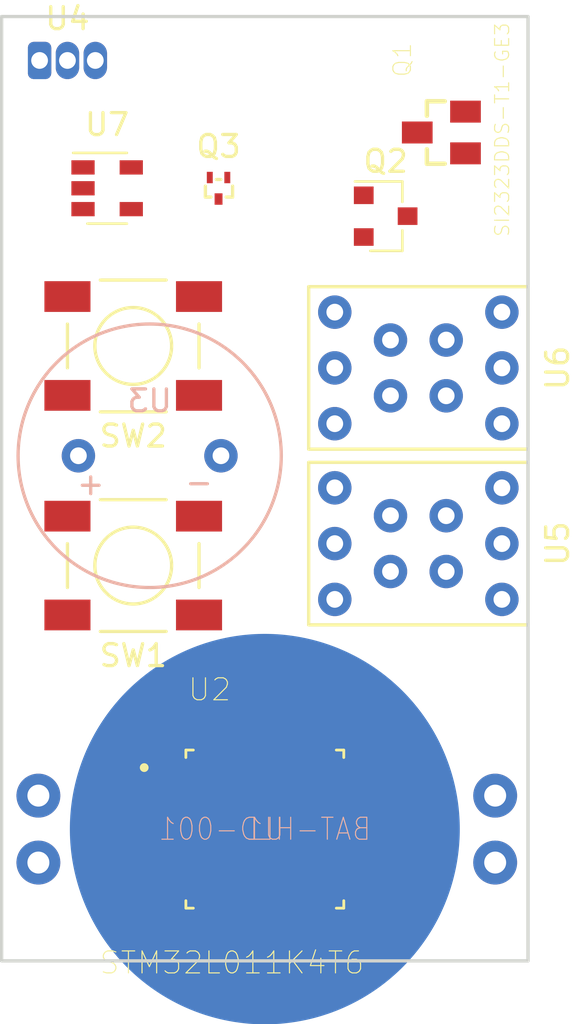
<source format=kicad_pcb>
(kicad_pcb (version 20171130) (host pcbnew 5.0.1)

  (general
    (thickness 1.6)
    (drawings 4)
    (tracks 0)
    (zones 0)
    (modules 12)
    (nets 76)
  )

  (page A4)
  (layers
    (0 F.Cu signal)
    (31 B.Cu signal)
    (32 B.Adhes user)
    (33 F.Adhes user)
    (34 B.Paste user)
    (35 F.Paste user)
    (36 B.SilkS user)
    (37 F.SilkS user)
    (38 B.Mask user)
    (39 F.Mask user)
    (40 Dwgs.User user)
    (41 Cmts.User user)
    (42 Eco1.User user)
    (43 Eco2.User user)
    (44 Edge.Cuts user)
    (45 Margin user)
    (46 B.CrtYd user)
    (47 F.CrtYd user)
    (48 B.Fab user)
    (49 F.Fab user hide)
  )

  (setup
    (last_trace_width 0.25)
    (trace_clearance 0.2)
    (zone_clearance 0.508)
    (zone_45_only no)
    (trace_min 0.2)
    (segment_width 0.2)
    (edge_width 0.15)
    (via_size 0.8)
    (via_drill 0.4)
    (via_min_size 0.4)
    (via_min_drill 0.3)
    (uvia_size 0.3)
    (uvia_drill 0.1)
    (uvias_allowed no)
    (uvia_min_size 0.2)
    (uvia_min_drill 0.1)
    (pcb_text_width 0.3)
    (pcb_text_size 1.5 1.5)
    (mod_edge_width 0.15)
    (mod_text_size 1 1)
    (mod_text_width 0.15)
    (pad_size 1.524 1.524)
    (pad_drill 0.762)
    (pad_to_mask_clearance 0.051)
    (solder_mask_min_width 0.25)
    (aux_axis_origin 0 0)
    (grid_origin 144.78 148.59)
    (visible_elements FFFFFF7F)
    (pcbplotparams
      (layerselection 0x010fc_ffffffff)
      (usegerberextensions false)
      (usegerberattributes false)
      (usegerberadvancedattributes false)
      (creategerberjobfile false)
      (excludeedgelayer true)
      (linewidth 0.100000)
      (plotframeref false)
      (viasonmask false)
      (mode 1)
      (useauxorigin false)
      (hpglpennumber 1)
      (hpglpenspeed 20)
      (hpglpendiameter 15.000000)
      (psnegative false)
      (psa4output false)
      (plotreference true)
      (plotvalue true)
      (plotinvisibletext false)
      (padsonsilk false)
      (subtractmaskfromsilk false)
      (outputformat 1)
      (mirror false)
      (drillshape 1)
      (scaleselection 1)
      (outputdirectory ""))
  )

  (net 0 "")
  (net 1 +BATT)
  (net 2 GND)
  (net 3 "Net-(U2-Pad1)")
  (net 4 "Net-(U2-Pad2)")
  (net 5 "Net-(U2-Pad3)")
  (net 6 "Net-(U2-Pad4)")
  (net 7 "Net-(U2-Pad5)")
  (net 8 "Net-(U2-Pad6)")
  (net 9 "Net-(U2-Pad7)")
  (net 10 "Net-(U2-Pad8)")
  (net 11 "Net-(U2-Pad9)")
  (net 12 "Net-(U2-Pad10)")
  (net 13 "Net-(U2-Pad11)")
  (net 14 "Net-(U2-Pad12)")
  (net 15 "Net-(U2-Pad13)")
  (net 16 "Net-(U2-Pad14)")
  (net 17 "Net-(U2-Pad15)")
  (net 18 "Net-(U2-Pad16)")
  (net 19 "Net-(U2-Pad18)")
  (net 20 "Net-(U2-Pad19)")
  (net 21 "Net-(U2-Pad20)")
  (net 22 "Net-(U2-Pad21)")
  (net 23 "Net-(U2-Pad22)")
  (net 24 "Net-(U2-Pad23)")
  (net 25 "Net-(U2-Pad24)")
  (net 26 "Net-(U2-Pad25)")
  (net 27 "Net-(U2-Pad26)")
  (net 28 "Net-(U2-Pad27)")
  (net 29 "Net-(U2-Pad28)")
  (net 30 "Net-(U2-Pad29)")
  (net 31 "Net-(U2-Pad30)")
  (net 32 "Net-(U2-Pad31)")
  (net 33 "Net-(Q1-Pad3)")
  (net 34 "Net-(Q1-Pad2)")
  (net 35 "Net-(Q1-Pad1)")
  (net 36 "Net-(U3-Pad1)")
  (net 37 "Net-(U3-Pad2)")
  (net 38 "Net-(Q2-Pad1)")
  (net 39 "Net-(Q2-Pad2)")
  (net 40 "Net-(Q2-Pad3)")
  (net 41 "Net-(U4-Pad1)")
  (net 42 "Net-(U4-Pad2)")
  (net 43 "Net-(U4-Pad3)")
  (net 44 "Net-(SW1-Pad1)")
  (net 45 "Net-(SW1-Pad2)")
  (net 46 "Net-(U5-Pad1)")
  (net 47 "Net-(U5-Pad2)")
  (net 48 "Net-(U5-Pad3)")
  (net 49 "Net-(U5-Pad4)")
  (net 50 "Net-(U5-Pad5)")
  (net 51 "Net-(U5-Pad6)")
  (net 52 "Net-(U5-Pad7)")
  (net 53 "Net-(U5-Pad8)")
  (net 54 "Net-(U5-Pad9)")
  (net 55 "Net-(U5-Pad10)")
  (net 56 "Net-(SW2-Pad1)")
  (net 57 "Net-(SW2-Pad2)")
  (net 58 "Net-(U6-Pad1)")
  (net 59 "Net-(U6-Pad2)")
  (net 60 "Net-(U6-Pad3)")
  (net 61 "Net-(U6-Pad4)")
  (net 62 "Net-(U6-Pad5)")
  (net 63 "Net-(U6-Pad6)")
  (net 64 "Net-(U6-Pad7)")
  (net 65 "Net-(U6-Pad8)")
  (net 66 "Net-(U6-Pad9)")
  (net 67 "Net-(U6-Pad10)")
  (net 68 "Net-(Q3-Pad1)")
  (net 69 "Net-(Q3-Pad2)")
  (net 70 "Net-(Q3-Pad3)")
  (net 71 "Net-(U7-Pad1)")
  (net 72 "Net-(U7-Pad2)")
  (net 73 "Net-(U7-Pad3)")
  (net 74 "Net-(U7-Pad4)")
  (net 75 "Net-(U7-Pad5)")

  (net_class Default "This is the default net class."
    (clearance 0.2)
    (trace_width 0.25)
    (via_dia 0.8)
    (via_drill 0.4)
    (uvia_dia 0.3)
    (uvia_drill 0.1)
    (add_net +BATT)
    (add_net GND)
    (add_net "Net-(Q1-Pad1)")
    (add_net "Net-(Q1-Pad2)")
    (add_net "Net-(Q1-Pad3)")
    (add_net "Net-(Q2-Pad1)")
    (add_net "Net-(Q2-Pad2)")
    (add_net "Net-(Q2-Pad3)")
    (add_net "Net-(Q3-Pad1)")
    (add_net "Net-(Q3-Pad2)")
    (add_net "Net-(Q3-Pad3)")
    (add_net "Net-(SW1-Pad1)")
    (add_net "Net-(SW1-Pad2)")
    (add_net "Net-(SW2-Pad1)")
    (add_net "Net-(SW2-Pad2)")
    (add_net "Net-(U2-Pad1)")
    (add_net "Net-(U2-Pad10)")
    (add_net "Net-(U2-Pad11)")
    (add_net "Net-(U2-Pad12)")
    (add_net "Net-(U2-Pad13)")
    (add_net "Net-(U2-Pad14)")
    (add_net "Net-(U2-Pad15)")
    (add_net "Net-(U2-Pad16)")
    (add_net "Net-(U2-Pad18)")
    (add_net "Net-(U2-Pad19)")
    (add_net "Net-(U2-Pad2)")
    (add_net "Net-(U2-Pad20)")
    (add_net "Net-(U2-Pad21)")
    (add_net "Net-(U2-Pad22)")
    (add_net "Net-(U2-Pad23)")
    (add_net "Net-(U2-Pad24)")
    (add_net "Net-(U2-Pad25)")
    (add_net "Net-(U2-Pad26)")
    (add_net "Net-(U2-Pad27)")
    (add_net "Net-(U2-Pad28)")
    (add_net "Net-(U2-Pad29)")
    (add_net "Net-(U2-Pad3)")
    (add_net "Net-(U2-Pad30)")
    (add_net "Net-(U2-Pad31)")
    (add_net "Net-(U2-Pad4)")
    (add_net "Net-(U2-Pad5)")
    (add_net "Net-(U2-Pad6)")
    (add_net "Net-(U2-Pad7)")
    (add_net "Net-(U2-Pad8)")
    (add_net "Net-(U2-Pad9)")
    (add_net "Net-(U3-Pad1)")
    (add_net "Net-(U3-Pad2)")
    (add_net "Net-(U4-Pad1)")
    (add_net "Net-(U4-Pad2)")
    (add_net "Net-(U4-Pad3)")
    (add_net "Net-(U5-Pad1)")
    (add_net "Net-(U5-Pad10)")
    (add_net "Net-(U5-Pad2)")
    (add_net "Net-(U5-Pad3)")
    (add_net "Net-(U5-Pad4)")
    (add_net "Net-(U5-Pad5)")
    (add_net "Net-(U5-Pad6)")
    (add_net "Net-(U5-Pad7)")
    (add_net "Net-(U5-Pad8)")
    (add_net "Net-(U5-Pad9)")
    (add_net "Net-(U6-Pad1)")
    (add_net "Net-(U6-Pad10)")
    (add_net "Net-(U6-Pad2)")
    (add_net "Net-(U6-Pad3)")
    (add_net "Net-(U6-Pad4)")
    (add_net "Net-(U6-Pad5)")
    (add_net "Net-(U6-Pad6)")
    (add_net "Net-(U6-Pad7)")
    (add_net "Net-(U6-Pad8)")
    (add_net "Net-(U6-Pad9)")
    (add_net "Net-(U7-Pad1)")
    (add_net "Net-(U7-Pad2)")
    (add_net "Net-(U7-Pad3)")
    (add_net "Net-(U7-Pad4)")
    (add_net "Net-(U7-Pad5)")
  )

  (module STM32L011K4T6:QFP80P900X900X160-32N (layer F.Cu) (tedit 0) (tstamp 5BD0FCBC)
    (at 155.78 134.59)
    (path /5BD0E5BF)
    (attr smd)
    (fp_text reference U2 (at -2.51569 -6.35035) (layer F.SilkS)
      (effects (font (size 1.00046 1.00046) (thickness 0.05)))
    )
    (fp_text value STM32L011K4T6 (at -1.4987 6.08718) (layer F.SilkS)
      (effects (font (size 1.00125 1.00125) (thickness 0.05)))
    )
    (fp_line (start -3.6 -3.6) (end 3.6 -3.6) (layer Dwgs.User) (width 0.127))
    (fp_line (start 3.6 -3.6) (end 3.6 3.6) (layer Dwgs.User) (width 0.127))
    (fp_line (start 3.6 3.6) (end -3.6 3.6) (layer Dwgs.User) (width 0.127))
    (fp_line (start -3.6 3.6) (end -3.6 -3.6) (layer Dwgs.User) (width 0.127))
    (fp_line (start -5.21 -5.21) (end 5.21 -5.21) (layer Eco1.User) (width 0.05))
    (fp_line (start 5.21 -5.21) (end 5.21 5.21) (layer Eco1.User) (width 0.05))
    (fp_line (start 5.21 5.21) (end -5.21 5.21) (layer Eco1.User) (width 0.05))
    (fp_line (start -5.21 5.21) (end -5.21 -5.21) (layer Eco1.User) (width 0.05))
    (fp_circle (center -5.5 -2.8) (end -5.4 -2.8) (layer F.SilkS) (width 0.2))
    (fp_line (start -3.6 3.26) (end -3.6 3.6) (layer F.SilkS) (width 0.127))
    (fp_line (start -3.6 3.6) (end -3.26 3.6) (layer F.SilkS) (width 0.127))
    (fp_line (start 3.26 3.6) (end 3.6 3.6) (layer F.SilkS) (width 0.127))
    (fp_line (start 3.6 3.6) (end 3.6 3.26) (layer F.SilkS) (width 0.127))
    (fp_line (start 3.6 -3.26) (end 3.6 -3.6) (layer F.SilkS) (width 0.127))
    (fp_line (start 3.6 -3.6) (end 3.26 -3.6) (layer F.SilkS) (width 0.127))
    (fp_line (start -3.26 -3.6) (end -3.6 -3.6) (layer F.SilkS) (width 0.127))
    (fp_line (start -3.6 -3.6) (end -3.6 -3.26) (layer F.SilkS) (width 0.127))
    (fp_circle (center -3.2 -3.1) (end -3.1 -3.1) (layer Dwgs.User) (width 0.2))
    (pad 1 smd rect (at -4.18 -2.8) (size 1.56 0.55) (layers F.Cu F.Paste F.Mask)
      (net 3 "Net-(U2-Pad1)"))
    (pad 2 smd rect (at -4.18 -2) (size 1.56 0.55) (layers F.Cu F.Paste F.Mask)
      (net 4 "Net-(U2-Pad2)"))
    (pad 3 smd rect (at -4.18 -1.2) (size 1.56 0.55) (layers F.Cu F.Paste F.Mask)
      (net 5 "Net-(U2-Pad3)"))
    (pad 4 smd rect (at -4.18 -0.4) (size 1.56 0.55) (layers F.Cu F.Paste F.Mask)
      (net 6 "Net-(U2-Pad4)"))
    (pad 5 smd rect (at -4.18 0.4) (size 1.56 0.55) (layers F.Cu F.Paste F.Mask)
      (net 7 "Net-(U2-Pad5)"))
    (pad 6 smd rect (at -4.18 1.2) (size 1.56 0.55) (layers F.Cu F.Paste F.Mask)
      (net 8 "Net-(U2-Pad6)"))
    (pad 7 smd rect (at -4.18 2) (size 1.56 0.55) (layers F.Cu F.Paste F.Mask)
      (net 9 "Net-(U2-Pad7)"))
    (pad 8 smd rect (at -4.18 2.8) (size 1.56 0.55) (layers F.Cu F.Paste F.Mask)
      (net 10 "Net-(U2-Pad8)"))
    (pad 9 smd rect (at -2.8 4.18 90) (size 1.56 0.55) (layers F.Cu F.Paste F.Mask)
      (net 11 "Net-(U2-Pad9)"))
    (pad 10 smd rect (at -2 4.18 90) (size 1.56 0.55) (layers F.Cu F.Paste F.Mask)
      (net 12 "Net-(U2-Pad10)"))
    (pad 11 smd rect (at -1.2 4.18 90) (size 1.56 0.55) (layers F.Cu F.Paste F.Mask)
      (net 13 "Net-(U2-Pad11)"))
    (pad 12 smd rect (at -0.4 4.18 90) (size 1.56 0.55) (layers F.Cu F.Paste F.Mask)
      (net 14 "Net-(U2-Pad12)"))
    (pad 13 smd rect (at 0.4 4.18 90) (size 1.56 0.55) (layers F.Cu F.Paste F.Mask)
      (net 15 "Net-(U2-Pad13)"))
    (pad 14 smd rect (at 1.2 4.18 90) (size 1.56 0.55) (layers F.Cu F.Paste F.Mask)
      (net 16 "Net-(U2-Pad14)"))
    (pad 15 smd rect (at 2 4.18 90) (size 1.56 0.55) (layers F.Cu F.Paste F.Mask)
      (net 17 "Net-(U2-Pad15)"))
    (pad 16 smd rect (at 2.8 4.18 90) (size 1.56 0.55) (layers F.Cu F.Paste F.Mask)
      (net 18 "Net-(U2-Pad16)"))
    (pad 17 smd rect (at 4.18 2.8 180) (size 1.56 0.55) (layers F.Cu F.Paste F.Mask)
      (net 3 "Net-(U2-Pad1)"))
    (pad 18 smd rect (at 4.18 2 180) (size 1.56 0.55) (layers F.Cu F.Paste F.Mask)
      (net 19 "Net-(U2-Pad18)"))
    (pad 19 smd rect (at 4.18 1.2 180) (size 1.56 0.55) (layers F.Cu F.Paste F.Mask)
      (net 20 "Net-(U2-Pad19)"))
    (pad 20 smd rect (at 4.18 0.4 180) (size 1.56 0.55) (layers F.Cu F.Paste F.Mask)
      (net 21 "Net-(U2-Pad20)"))
    (pad 21 smd rect (at 4.18 -0.4 180) (size 1.56 0.55) (layers F.Cu F.Paste F.Mask)
      (net 22 "Net-(U2-Pad21)"))
    (pad 22 smd rect (at 4.18 -1.2 180) (size 1.56 0.55) (layers F.Cu F.Paste F.Mask)
      (net 23 "Net-(U2-Pad22)"))
    (pad 23 smd rect (at 4.18 -2 180) (size 1.56 0.55) (layers F.Cu F.Paste F.Mask)
      (net 24 "Net-(U2-Pad23)"))
    (pad 24 smd rect (at 4.18 -2.8 180) (size 1.56 0.55) (layers F.Cu F.Paste F.Mask)
      (net 25 "Net-(U2-Pad24)"))
    (pad 25 smd rect (at 2.8 -4.18 270) (size 1.56 0.55) (layers F.Cu F.Paste F.Mask)
      (net 26 "Net-(U2-Pad25)"))
    (pad 26 smd rect (at 2 -4.18 270) (size 1.56 0.55) (layers F.Cu F.Paste F.Mask)
      (net 27 "Net-(U2-Pad26)"))
    (pad 27 smd rect (at 1.2 -4.18 270) (size 1.56 0.55) (layers F.Cu F.Paste F.Mask)
      (net 28 "Net-(U2-Pad27)"))
    (pad 28 smd rect (at 0.4 -4.18 270) (size 1.56 0.55) (layers F.Cu F.Paste F.Mask)
      (net 29 "Net-(U2-Pad28)"))
    (pad 29 smd rect (at -0.4 -4.18 270) (size 1.56 0.55) (layers F.Cu F.Paste F.Mask)
      (net 30 "Net-(U2-Pad29)"))
    (pad 30 smd rect (at -1.2 -4.18 270) (size 1.56 0.55) (layers F.Cu F.Paste F.Mask)
      (net 31 "Net-(U2-Pad30)"))
    (pad 31 smd rect (at -2 -4.18 270) (size 1.56 0.55) (layers F.Cu F.Paste F.Mask)
      (net 32 "Net-(U2-Pad31)"))
    (pad 32 smd rect (at -2.8 -4.18 270) (size 1.56 0.55) (layers F.Cu F.Paste F.Mask)
      (net 18 "Net-(U2-Pad16)"))
    (model "${KIPRJMOD}/component_stepfiles/TQFP 32.stp"
      (at (xyz 0 0 0))
      (scale (xyz 1 1 1))
      (rotate (xyz 0 0 0))
    )
  )

  (module SI2323DS-T1-GE3:SOT23 (layer F.Cu) (tedit 0) (tstamp 5BD3FCFB)
    (at 163.83 102.87 90)
    (descr "<b>SMALL OUTLINE TRANSISTOR</b><p>reflow soldering")
    (path /5BD0F520)
    (attr smd)
    (fp_text reference Q1 (at 3.30519 -1.77972 90) (layer F.SilkS)
      (effects (font (size 0.800772 0.800772) (thickness 0.05)))
    )
    (fp_text value SI2323DDS-T1-GE3 (at 0.127225 2.77352 90) (layer F.SilkS)
      (effects (font (size 0.641135 0.641135) (thickness 0.05)))
    )
    (fp_line (start 1.4224 -0.6604) (end 1.4224 0.6604) (layer Dwgs.User) (width 0.2032))
    (fp_line (start 1.4224 0.6604) (end -1.4224 0.6604) (layer Dwgs.User) (width 0.2032))
    (fp_line (start -1.4224 0.6604) (end -1.4224 -0.6604) (layer Dwgs.User) (width 0.2032))
    (fp_line (start -1.4224 -0.6604) (end 1.4224 -0.6604) (layer Dwgs.User) (width 0.2032))
    (fp_line (start -1.4224 0.1524) (end -1.4224 -0.6604) (layer F.SilkS) (width 0.2032))
    (fp_line (start -1.4224 -0.6604) (end -0.7636 -0.6604) (layer F.SilkS) (width 0.2032))
    (fp_line (start 1.4224 -0.6604) (end 1.4224 0.1524) (layer F.SilkS) (width 0.2032))
    (fp_line (start 0.7636 -0.6604) (end 1.4224 -0.6604) (layer F.SilkS) (width 0.2032))
    (fp_poly (pts (xy -0.501039 -0.3) (xy 0.5001 -0.3) (xy 0.5001 0.300563) (xy -0.501039 0.300563)) (layer Dwgs.User) (width 0))
    (fp_poly (pts (xy -0.228835 -1.2954) (xy 0.2286 -1.2954) (xy 0.2286 -0.711929) (xy -0.228835 -0.711929)) (layer Dwgs.User) (width 0))
    (fp_poly (pts (xy 0.712238 0.7112) (xy 1.1684 0.7112) (xy 1.1684 1.29729) (xy 0.712238 1.29729)) (layer Dwgs.User) (width 0))
    (fp_poly (pts (xy -1.1711 0.7112) (xy -0.7112 0.7112) (xy -0.7112 1.29839) (xy -1.1711 1.29839)) (layer Dwgs.User) (width 0))
    (pad 3 smd rect (at 0 -1.1 90) (size 1 1.4) (layers F.Cu F.Paste F.Mask)
      (net 33 "Net-(Q1-Pad3)"))
    (pad 2 smd rect (at 0.95 1.1 90) (size 1 1.4) (layers F.Cu F.Paste F.Mask)
      (net 34 "Net-(Q1-Pad2)"))
    (pad 1 smd rect (at -0.95 1.1 90) (size 1 1.4) (layers F.Cu F.Paste F.Mask)
      (net 35 "Net-(Q1-Pad1)"))
    (model ${KIPRJMOD}/component_stepfiles/SOT23-3.stp
      (at (xyz 0 0 0))
      (scale (xyz 1 1 1))
      (rotate (xyz 0 0 90))
    )
  )

  (module custom_footprints:ABT-407-RC (layer B.Cu) (tedit 5BD0FD21) (tstamp 5BD6FEA2)
    (at 147.28 117.59)
    (path /5BD0FB9E)
    (fp_text reference U3 (at 3.25 -2.5) (layer B.SilkS)
      (effects (font (size 1 1) (thickness 0.15)) (justify mirror))
    )
    (fp_text value ABT-407-RC (at 3.25 2.5) (layer B.Fab)
      (effects (font (size 1 1) (thickness 0.15)) (justify mirror))
    )
    (fp_text user + (at 0.56 1.27) (layer B.SilkS)
      (effects (font (size 1 1) (thickness 0.15)) (justify mirror))
    )
    (fp_text user - (at 5.5 1.2) (layer B.SilkS)
      (effects (font (size 1 1) (thickness 0.15)) (justify mirror))
    )
    (fp_circle (center 3.25 0) (end 9.25 0) (layer B.SilkS) (width 0.15))
    (pad 1 thru_hole circle (at 0 0) (size 1.524 1.524) (drill 0.762) (layers *.Cu *.Mask)
      (net 36 "Net-(U3-Pad1)"))
    (pad 2 thru_hole circle (at 6.5 0) (size 1.524 1.524) (drill 0.762) (layers *.Cu *.Mask)
      (net 37 "Net-(U3-Pad2)"))
    (model ${KIPRJMOD}/component_stepfiles/ABT-407-RC.step
      (offset (xyz 3.25 0 5))
      (scale (xyz 1 1 1))
      (rotate (xyz 0 -90 90))
    )
  )

  (module TO_SOT_Packages_SMD:SOT-23 (layer F.Cu) (tedit 583F39EB) (tstamp 5BD2A804)
    (at 161.29 106.68)
    (descr "SOT-23, Standard")
    (tags SOT-23)
    (path /5BD1CF2C)
    (attr smd)
    (fp_text reference Q2 (at 0 -2.5) (layer F.SilkS)
      (effects (font (size 1 1) (thickness 0.15)))
    )
    (fp_text value BC847B (at 0 2.5) (layer F.Fab)
      (effects (font (size 1 1) (thickness 0.15)))
    )
    (fp_line (start 0.76 1.58) (end 0.76 0.65) (layer F.SilkS) (width 0.12))
    (fp_line (start 0.76 -1.58) (end 0.76 -0.65) (layer F.SilkS) (width 0.12))
    (fp_line (start 0.7 -1.52) (end 0.7 1.52) (layer F.Fab) (width 0.15))
    (fp_line (start -0.7 1.52) (end 0.7 1.52) (layer F.Fab) (width 0.15))
    (fp_line (start -1.7 -1.75) (end 1.7 -1.75) (layer F.CrtYd) (width 0.05))
    (fp_line (start 1.7 -1.75) (end 1.7 1.75) (layer F.CrtYd) (width 0.05))
    (fp_line (start 1.7 1.75) (end -1.7 1.75) (layer F.CrtYd) (width 0.05))
    (fp_line (start -1.7 1.75) (end -1.7 -1.75) (layer F.CrtYd) (width 0.05))
    (fp_line (start 0.76 -1.58) (end -1.4 -1.58) (layer F.SilkS) (width 0.12))
    (fp_line (start -0.7 -1.52) (end 0.7 -1.52) (layer F.Fab) (width 0.15))
    (fp_line (start -0.7 -1.52) (end -0.7 1.52) (layer F.Fab) (width 0.15))
    (fp_line (start 0.76 1.58) (end -0.7 1.58) (layer F.SilkS) (width 0.12))
    (pad 1 smd rect (at -1 -0.95) (size 0.9 0.8) (layers F.Cu F.Paste F.Mask)
      (net 38 "Net-(Q2-Pad1)"))
    (pad 2 smd rect (at -1 0.95) (size 0.9 0.8) (layers F.Cu F.Paste F.Mask)
      (net 39 "Net-(Q2-Pad2)"))
    (pad 3 smd rect (at 1 0) (size 0.9 0.8) (layers F.Cu F.Paste F.Mask)
      (net 40 "Net-(Q2-Pad3)"))
    (model TO_SOT_Packages_SMD.3dshapes/SOT-23.wrl
      (at (xyz 0 0 0))
      (scale (xyz 1 1 1))
      (rotate (xyz 0 0 90))
    )
  )

  (module custom_footprints:LMT84LPGM (layer F.Cu) (tedit 5BD1EA93) (tstamp 5BD2A80B)
    (at 145.51 99.59)
    (path /5BD1E66F)
    (fp_text reference U4 (at 1.27 -1.905) (layer F.SilkS)
      (effects (font (size 1 1) (thickness 0.15)))
    )
    (fp_text value LMT84LPGM (at -5.08 0) (layer F.Fab)
      (effects (font (size 1 1) (thickness 0.15)))
    )
    (pad 1 thru_hole roundrect (at 0 0) (size 1.07 1.7) (drill oval 0.762) (layers *.Cu *.Mask) (roundrect_rratio 0.25)
      (net 41 "Net-(U4-Pad1)"))
    (pad 2 thru_hole oval (at 1.27 0) (size 1.07 1.7) (drill oval 0.762) (layers *.Cu *.Mask)
      (net 42 "Net-(U4-Pad2)"))
    (pad 3 thru_hole oval (at 2.54 0) (size 1.07 1.7) (drill oval 0.762) (layers *.Cu *.Mask)
      (net 43 "Net-(U4-Pad3)"))
  )

  (module custom_footprints:LL3301FF065QJ (layer F.Cu) (tedit 5BD1FAC4) (tstamp 5BD4F7E6)
    (at 149.78 122.59 180)
    (path /5BD20AC1)
    (fp_text reference SW1 (at 0 -4.1 180) (layer F.SilkS)
      (effects (font (size 1 1) (thickness 0.15)))
    )
    (fp_text value LL3301FF065QJ (at 0 4.2 180) (layer F.Fab)
      (effects (font (size 1 1) (thickness 0.15)))
    )
    (fp_circle (center 0 0) (end 1.75 0) (layer F.SilkS) (width 0.15))
    (fp_line (start -3 -1) (end -3 1) (layer F.SilkS) (width 0.15))
    (fp_line (start 3 -1) (end 3 1) (layer F.SilkS) (width 0.15))
    (fp_line (start -1.5 -3) (end 1.5 -3) (layer F.SilkS) (width 0.15))
    (fp_line (start -1.5 3) (end 1.5 3) (layer F.SilkS) (width 0.15))
    (pad 1 smd rect (at -3 -2.25 180) (size 2.1 1.4) (layers F.Cu F.Paste F.Mask)
      (net 44 "Net-(SW1-Pad1)"))
    (pad 2 smd rect (at -3 2.25 180) (size 2.1 1.4) (layers F.Cu F.Paste F.Mask)
      (net 45 "Net-(SW1-Pad2)"))
    (pad 1 smd rect (at 3 -2.25 180) (size 2.1 1.4) (layers F.Cu F.Paste F.Mask)
      (net 44 "Net-(SW1-Pad1)"))
    (pad 2 smd rect (at 3 2.25 180) (size 2.1 1.4) (layers F.Cu F.Paste F.Mask)
      (net 45 "Net-(SW1-Pad2)"))
    (model ${KISYS3DMOD}/Buttons_Switches_SMD.3dshapes/SW_SPST_EVQQ2_03W.wrl
      (at (xyz 0 0 0))
      (scale (xyz 1 1 1))
      (rotate (xyz 0 0 0))
    )
  )

  (module custom_footprints:TDSR0760 (layer F.Cu) (tedit 5BD20343) (tstamp 5BD7A39E)
    (at 162.78 121.59 270)
    (path /5BD23F5F)
    (fp_text reference U5 (at 0 -6.35 270) (layer F.SilkS)
      (effects (font (size 1 1) (thickness 0.15)))
    )
    (fp_text value TDSR0760 (at 0 6.35 270) (layer F.Fab)
      (effects (font (size 1 1) (thickness 0.15)))
    )
    (fp_line (start -3.7 5) (end 3.7 5) (layer F.SilkS) (width 0.15))
    (fp_line (start 3.7 5) (end 3.7 -5) (layer F.SilkS) (width 0.15))
    (fp_line (start 3.7 -5) (end -3.7 -5) (layer F.SilkS) (width 0.15))
    (fp_line (start -3.7 -5) (end -3.7 5) (layer F.SilkS) (width 0.15))
    (pad 1 thru_hole circle (at -2.54 3.81 270) (size 1.524 1.524) (drill 0.762) (layers *.Cu *.Mask)
      (net 46 "Net-(U5-Pad1)"))
    (pad 2 thru_hole circle (at -1.27 1.27 270) (size 1.524 1.524) (drill 0.762) (layers *.Cu *.Mask)
      (net 47 "Net-(U5-Pad2)"))
    (pad 3 thru_hole circle (at 0 3.81 270) (size 1.524 1.524) (drill 0.762) (layers *.Cu *.Mask)
      (net 48 "Net-(U5-Pad3)"))
    (pad 4 thru_hole circle (at 1.27 1.27 270) (size 1.524 1.524) (drill 0.762) (layers *.Cu *.Mask)
      (net 49 "Net-(U5-Pad4)"))
    (pad 5 thru_hole circle (at 2.54 3.81 270) (size 1.524 1.524) (drill 0.762) (layers *.Cu *.Mask)
      (net 50 "Net-(U5-Pad5)"))
    (pad 6 thru_hole circle (at 2.54 -3.81 270) (size 1.524 1.524) (drill 0.762) (layers *.Cu *.Mask)
      (net 51 "Net-(U5-Pad6)"))
    (pad 7 thru_hole circle (at 1.27 -1.27 270) (size 1.524 1.524) (drill 0.762) (layers *.Cu *.Mask)
      (net 52 "Net-(U5-Pad7)"))
    (pad 8 thru_hole circle (at 0 -3.81 270) (size 1.524 1.524) (drill 0.762) (layers *.Cu *.Mask)
      (net 53 "Net-(U5-Pad8)"))
    (pad 9 thru_hole circle (at -1.27 -1.27 270) (size 1.524 1.524) (drill 0.762) (layers *.Cu *.Mask)
      (net 54 "Net-(U5-Pad9)"))
    (pad 10 thru_hole circle (at -2.54 -3.81 270) (size 1.524 1.524) (drill 0.762) (layers *.Cu *.Mask)
      (net 55 "Net-(U5-Pad10)"))
    (model "${KIPRJMOD}/component_stepfiles/7 segment display 7mm red.stp"
      (at (xyz 0 0 0))
      (scale (xyz 1 1 1))
      (rotate (xyz 0 0 0))
    )
  )

  (module custom_footprints:LL3301FF065QJ (layer F.Cu) (tedit 5BD1FAC4) (tstamp 5BD7AA33)
    (at 149.78 112.59 180)
    (path /5BD2719F)
    (fp_text reference SW2 (at 0 -4.1 180) (layer F.SilkS)
      (effects (font (size 1 1) (thickness 0.15)))
    )
    (fp_text value LL3301FF065QJ (at 0 4.2 180) (layer F.Fab)
      (effects (font (size 1 1) (thickness 0.15)))
    )
    (fp_circle (center 0 0) (end 1.75 0) (layer F.SilkS) (width 0.15))
    (fp_line (start -3 -1) (end -3 1) (layer F.SilkS) (width 0.15))
    (fp_line (start 3 -1) (end 3 1) (layer F.SilkS) (width 0.15))
    (fp_line (start -1.5 -3) (end 1.5 -3) (layer F.SilkS) (width 0.15))
    (fp_line (start -1.5 3) (end 1.5 3) (layer F.SilkS) (width 0.15))
    (pad 1 smd rect (at -3 -2.25 180) (size 2.1 1.4) (layers F.Cu F.Paste F.Mask)
      (net 56 "Net-(SW2-Pad1)"))
    (pad 2 smd rect (at -3 2.25 180) (size 2.1 1.4) (layers F.Cu F.Paste F.Mask)
      (net 57 "Net-(SW2-Pad2)"))
    (pad 1 smd rect (at 3 -2.25 180) (size 2.1 1.4) (layers F.Cu F.Paste F.Mask)
      (net 56 "Net-(SW2-Pad1)"))
    (pad 2 smd rect (at 3 2.25 180) (size 2.1 1.4) (layers F.Cu F.Paste F.Mask)
      (net 57 "Net-(SW2-Pad2)"))
    (model ${KISYS3DMOD}/Buttons_Switches_SMD.3dshapes/SW_SPST_EVQQ2_03W.wrl
      (at (xyz 0 0 0))
      (scale (xyz 1 1 1))
      (rotate (xyz 0 0 0))
    )
  )

  (module custom_footprints:TDSR0760 (layer F.Cu) (tedit 5BD20343) (tstamp 5BD7AA45)
    (at 162.78 113.59 270)
    (path /5BD26F7D)
    (fp_text reference U6 (at 0 -6.35 270) (layer F.SilkS)
      (effects (font (size 1 1) (thickness 0.15)))
    )
    (fp_text value TDSR0760 (at 0 6.35 270) (layer F.Fab)
      (effects (font (size 1 1) (thickness 0.15)))
    )
    (fp_line (start -3.7 5) (end 3.7 5) (layer F.SilkS) (width 0.15))
    (fp_line (start 3.7 5) (end 3.7 -5) (layer F.SilkS) (width 0.15))
    (fp_line (start 3.7 -5) (end -3.7 -5) (layer F.SilkS) (width 0.15))
    (fp_line (start -3.7 -5) (end -3.7 5) (layer F.SilkS) (width 0.15))
    (pad 1 thru_hole circle (at -2.54 3.81 270) (size 1.524 1.524) (drill 0.762) (layers *.Cu *.Mask)
      (net 58 "Net-(U6-Pad1)"))
    (pad 2 thru_hole circle (at -1.27 1.27 270) (size 1.524 1.524) (drill 0.762) (layers *.Cu *.Mask)
      (net 59 "Net-(U6-Pad2)"))
    (pad 3 thru_hole circle (at 0 3.81 270) (size 1.524 1.524) (drill 0.762) (layers *.Cu *.Mask)
      (net 60 "Net-(U6-Pad3)"))
    (pad 4 thru_hole circle (at 1.27 1.27 270) (size 1.524 1.524) (drill 0.762) (layers *.Cu *.Mask)
      (net 61 "Net-(U6-Pad4)"))
    (pad 5 thru_hole circle (at 2.54 3.81 270) (size 1.524 1.524) (drill 0.762) (layers *.Cu *.Mask)
      (net 62 "Net-(U6-Pad5)"))
    (pad 6 thru_hole circle (at 2.54 -3.81 270) (size 1.524 1.524) (drill 0.762) (layers *.Cu *.Mask)
      (net 63 "Net-(U6-Pad6)"))
    (pad 7 thru_hole circle (at 1.27 -1.27 270) (size 1.524 1.524) (drill 0.762) (layers *.Cu *.Mask)
      (net 64 "Net-(U6-Pad7)"))
    (pad 8 thru_hole circle (at 0 -3.81 270) (size 1.524 1.524) (drill 0.762) (layers *.Cu *.Mask)
      (net 65 "Net-(U6-Pad8)"))
    (pad 9 thru_hole circle (at -1.27 -1.27 270) (size 1.524 1.524) (drill 0.762) (layers *.Cu *.Mask)
      (net 66 "Net-(U6-Pad9)"))
    (pad 10 thru_hole circle (at -2.54 -3.81 270) (size 1.524 1.524) (drill 0.762) (layers *.Cu *.Mask)
      (net 67 "Net-(U6-Pad10)"))
    (model "${KIPRJMOD}/component_stepfiles/7 segment display 7mm red.stp"
      (at (xyz 0 0 0))
      (scale (xyz 1 1 1))
      (rotate (xyz 0 0 0))
    )
  )

  (module custom_footprints:BAT-HLD-001-THM (layer B.Cu) (tedit 5BD2CA4B) (tstamp 5BD5D794)
    (at 155.78 134.59 180)
    (path /5BCF1DEC)
    (attr smd)
    (fp_text reference U1 (at 0 0 180) (layer B.SilkS)
      (effects (font (size 1 0.9) (thickness 0.05)) (justify mirror))
    )
    (fp_text value BAT-HLD-001 (at 0 0 180) (layer B.SilkS)
      (effects (font (size 1 0.9) (thickness 0.05)) (justify mirror))
    )
    (pad - smd circle (at 0 0 180) (size 17.78 17.78) (layers B.Cu B.Paste B.Mask)
      (net 2 GND))
    (pad +@1 thru_hole circle (at -10.50336 1.524 180) (size 2 2) (drill 1) (layers *.Cu *.Mask)
      (net 1 +BATT))
    (pad +@2 thru_hole circle (at -10.50336 -1.524 180) (size 2 2) (drill 1) (layers *.Cu *.Mask)
      (net 1 +BATT))
    (pad +@3 thru_hole circle (at 10.32464 -1.524 180) (size 2 2) (drill 1) (layers *.Cu *.Mask))
    (pad +@4 thru_hole circle (at 10.32464 1.524 180) (size 2 2) (drill 1) (layers *.Cu *.Mask))
    (model ${KIPRJMOD}/component_stepfiles/b154861dc69f8998d2aeb9d2030ef526636c6ad0.step
      (offset (xyz 0 0 1.269999980926514))
      (scale (xyz 1 1 1))
      (rotate (xyz 0 0 0))
    )
    (model "${KIPRJMOD}/component_stepfiles/Battery CR2032.stp"
      (offset (xyz 0 0 0.6349999904632568))
      (scale (xyz 1 1 1))
      (rotate (xyz 180 0 0))
    )
  )

  (module custom_footprints:SOT-723 (layer F.Cu) (tedit 5BD37CF5) (tstamp 5BD7BE1A)
    (at 153.67 105.41)
    (path /5BD320D0)
    (fp_text reference Q3 (at 0 -1.905) (layer F.SilkS)
      (effects (font (size 1 1) (thickness 0.15)))
    )
    (fp_text value SSM3K35AMFV (at 0 1.53) (layer F.Fab)
      (effects (font (size 1 1) (thickness 0.15)))
    )
    (fp_line (start -0.1 -0.4) (end 0.1 -0.4) (layer F.SilkS) (width 0.15))
    (fp_line (start 0.64 -0.1) (end 0.64 0.4) (layer F.SilkS) (width 0.15))
    (fp_line (start 0.64 0.4) (end 0.35 0.4) (layer F.SilkS) (width 0.15))
    (fp_line (start -0.6 -0.1) (end -0.6 0.4) (layer F.SilkS) (width 0.15))
    (fp_line (start -0.6 0.4) (end -0.35 0.4) (layer F.SilkS) (width 0.15))
    (pad 1 smd rect (at -0.4 -0.49) (size 0.27 0.52) (layers F.Cu F.Paste F.Mask)
      (net 68 "Net-(Q3-Pad1)"))
    (pad 2 smd rect (at 0.4 -0.49) (size 0.27 0.52) (layers F.Cu F.Paste F.Mask)
      (net 69 "Net-(Q3-Pad2)"))
    (pad 3 smd rect (at 0 0.49) (size 0.36 0.52) (layers F.Cu F.Paste F.Mask)
      (net 70 "Net-(Q3-Pad3)"))
    (model ${KIPRJMOD}/component_stepfiles/SOT723.step
      (offset (xyz 0.625 0.45 0))
      (scale (xyz 1 1 1))
      (rotate (xyz 0 0 180))
    )
  )

  (module TO_SOT_Packages_SMD:SOT-23-5 (layer F.Cu) (tedit 583F3A3F) (tstamp 5BDA7876)
    (at 148.59 105.41)
    (descr "5-pin SOT23 package")
    (tags SOT-23-5)
    (path /5BD30297)
    (attr smd)
    (fp_text reference U7 (at 0 -2.9) (layer F.SilkS)
      (effects (font (size 1 1) (thickness 0.15)))
    )
    (fp_text value AP7354D-18W5-7 (at 0 2.9) (layer F.Fab)
      (effects (font (size 1 1) (thickness 0.15)))
    )
    (fp_line (start -0.9 1.61) (end 0.9 1.61) (layer F.SilkS) (width 0.12))
    (fp_line (start 0.9 -1.61) (end -1.55 -1.61) (layer F.SilkS) (width 0.12))
    (fp_line (start -1.9 -1.8) (end 1.9 -1.8) (layer F.CrtYd) (width 0.05))
    (fp_line (start 1.9 -1.8) (end 1.9 1.8) (layer F.CrtYd) (width 0.05))
    (fp_line (start 1.9 1.8) (end -1.9 1.8) (layer F.CrtYd) (width 0.05))
    (fp_line (start -1.9 1.8) (end -1.9 -1.8) (layer F.CrtYd) (width 0.05))
    (fp_line (start 0.9 -1.55) (end -0.9 -1.55) (layer F.Fab) (width 0.15))
    (fp_line (start -0.9 -1.55) (end -0.9 1.55) (layer F.Fab) (width 0.15))
    (fp_line (start 0.9 1.55) (end -0.9 1.55) (layer F.Fab) (width 0.15))
    (fp_line (start 0.9 -1.55) (end 0.9 1.55) (layer F.Fab) (width 0.15))
    (pad 1 smd rect (at -1.1 -0.95) (size 1.06 0.65) (layers F.Cu F.Paste F.Mask)
      (net 71 "Net-(U7-Pad1)"))
    (pad 2 smd rect (at -1.1 0) (size 1.06 0.65) (layers F.Cu F.Paste F.Mask)
      (net 72 "Net-(U7-Pad2)"))
    (pad 3 smd rect (at -1.1 0.95) (size 1.06 0.65) (layers F.Cu F.Paste F.Mask)
      (net 73 "Net-(U7-Pad3)"))
    (pad 4 smd rect (at 1.1 0.95) (size 1.06 0.65) (layers F.Cu F.Paste F.Mask)
      (net 74 "Net-(U7-Pad4)"))
    (pad 5 smd rect (at 1.1 -0.95) (size 1.06 0.65) (layers F.Cu F.Paste F.Mask)
      (net 75 "Net-(U7-Pad5)"))
    (model TO_SOT_Packages_SMD.3dshapes/SOT-23-5.wrl
      (at (xyz 0 0 0))
      (scale (xyz 1 1 1))
      (rotate (xyz 0 0 0))
    )
  )

  (gr_line (start 143.78 140.59) (end 143.78 97.59) (layer Edge.Cuts) (width 0.15))
  (gr_line (start 167.78 140.59) (end 143.78 140.59) (layer Edge.Cuts) (width 0.15))
  (gr_line (start 167.78 97.59) (end 167.78 140.59) (layer Edge.Cuts) (width 0.15))
  (gr_line (start 143.78 97.59) (end 167.78 97.59) (layer Edge.Cuts) (width 0.15))

)

</source>
